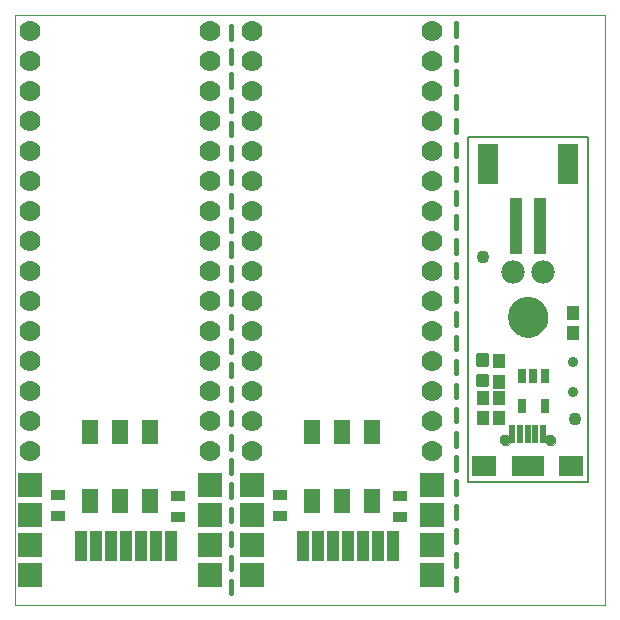
<source format=gts>
G75*
%MOIN*%
%OFA0B0*%
%FSLAX24Y24*%
%IPPOS*%
%LPD*%
%AMOC8*
5,1,8,0,0,1.08239X$1,22.5*
%
%ADD10C,0.0000*%
%ADD11C,0.0160*%
%ADD12C,0.0080*%
%ADD13C,0.0700*%
%ADD14R,0.0540X0.0840*%
%ADD15R,0.0394X0.1024*%
%ADD16R,0.0840X0.0840*%
%ADD17R,0.0512X0.0355*%
%ADD18C,0.0130*%
%ADD19R,0.0434X0.0473*%
%ADD20R,0.0257X0.0512*%
%ADD21C,0.0000*%
%ADD22C,0.1340*%
%ADD23C,0.0780*%
%ADD24R,0.0197X0.0591*%
%ADD25C,0.0375*%
%ADD26R,0.0787X0.0669*%
%ADD27R,0.1063X0.0669*%
%ADD28C,0.0434*%
%ADD29R,0.0434X0.1851*%
%ADD30R,0.0670X0.1379*%
%ADD31C,0.0360*%
D10*
X030992Y033994D02*
X030992Y053680D01*
X050677Y053680D01*
X050677Y033994D01*
X030992Y033994D01*
D11*
X038192Y034394D02*
X038192Y034805D01*
X038192Y035198D02*
X038192Y035609D01*
X038192Y036002D02*
X038192Y036413D01*
X038192Y036806D02*
X038192Y037216D01*
X038192Y037610D02*
X038192Y038020D01*
X038192Y038414D02*
X038192Y038824D01*
X038192Y039218D02*
X038192Y039628D01*
X038192Y040022D02*
X038192Y040432D01*
X038192Y040826D02*
X038192Y041236D01*
X038192Y041630D02*
X038192Y042040D01*
X038192Y042434D02*
X038192Y042844D01*
X038192Y043237D02*
X038192Y043648D01*
X038192Y044041D02*
X038192Y044452D01*
X038192Y044845D02*
X038192Y045255D01*
X038192Y045649D02*
X038192Y046059D01*
X038192Y046453D02*
X038192Y046863D01*
X038192Y047257D02*
X038192Y047667D01*
X038192Y048061D02*
X038192Y048471D01*
X038192Y048865D02*
X038192Y049275D01*
X038192Y049669D02*
X038192Y050079D01*
X038192Y050473D02*
X038192Y050883D01*
X038192Y051276D02*
X038192Y051687D01*
X038192Y052080D02*
X038192Y052491D01*
X038192Y052884D02*
X038192Y053294D01*
X045692Y053394D02*
X045692Y052984D01*
X045692Y052591D02*
X045692Y052180D01*
X045692Y051787D02*
X045692Y051376D01*
X045692Y050983D02*
X045692Y050573D01*
X045692Y050179D02*
X045692Y049769D01*
X045692Y049375D02*
X045692Y048965D01*
X045692Y048571D02*
X045692Y048161D01*
X045692Y047767D02*
X045692Y047357D01*
X045692Y046963D02*
X045692Y046553D01*
X045692Y046159D02*
X045692Y045749D01*
X045692Y045355D02*
X045692Y044945D01*
X045692Y044552D02*
X045692Y044141D01*
X045692Y043748D02*
X045692Y043337D01*
X045692Y042944D02*
X045692Y042534D01*
X045692Y042140D02*
X045692Y041730D01*
X045692Y041336D02*
X045692Y040926D01*
X045692Y040532D02*
X045692Y040122D01*
X045692Y039728D02*
X045692Y039318D01*
X045692Y038924D02*
X045692Y038514D01*
X045692Y038120D02*
X045692Y037710D01*
X045692Y037316D02*
X045692Y036906D01*
X045692Y036513D02*
X045692Y036102D01*
X045692Y035709D02*
X045692Y035298D01*
X045692Y034905D02*
X045692Y034494D01*
D12*
X046092Y038094D02*
X050092Y038094D01*
X050092Y049594D01*
X046092Y049594D01*
X046092Y038094D01*
D13*
X044892Y039126D03*
X044892Y040126D03*
X044892Y041126D03*
X044892Y042126D03*
X044892Y043126D03*
X044892Y044126D03*
X044892Y045126D03*
X044892Y046126D03*
X044892Y047126D03*
X044892Y048126D03*
X044892Y049126D03*
X044892Y050126D03*
X044892Y051126D03*
X044892Y052126D03*
X044892Y053126D03*
X038892Y053126D03*
X038892Y052126D03*
X038892Y051126D03*
X038892Y050126D03*
X038892Y049126D03*
X038892Y048126D03*
X038892Y047126D03*
X038892Y046126D03*
X038892Y045126D03*
X038892Y044126D03*
X038892Y043126D03*
X038892Y042126D03*
X038892Y041126D03*
X038892Y040126D03*
X038892Y039126D03*
X037492Y039126D03*
X037492Y040126D03*
X037492Y041126D03*
X037492Y042126D03*
X037492Y043126D03*
X037492Y044126D03*
X037492Y045126D03*
X037492Y046126D03*
X037492Y047126D03*
X037492Y048126D03*
X037492Y049126D03*
X037492Y050126D03*
X037492Y051126D03*
X037492Y052126D03*
X037492Y053126D03*
X031492Y053126D03*
X031492Y052126D03*
X031492Y051126D03*
X031492Y050126D03*
X031492Y049126D03*
X031492Y048126D03*
X031492Y047126D03*
X031492Y046126D03*
X031492Y045126D03*
X031492Y044126D03*
X031492Y043126D03*
X031492Y042126D03*
X031492Y041126D03*
X031492Y040126D03*
X031492Y039126D03*
D14*
X033492Y039776D03*
X034492Y039776D03*
X035492Y039776D03*
X035492Y037476D03*
X034492Y037476D03*
X033492Y037476D03*
X040892Y037476D03*
X041892Y037476D03*
X042892Y037476D03*
X042892Y039776D03*
X041892Y039776D03*
X040892Y039776D03*
D15*
X041100Y035967D03*
X040600Y035967D03*
X041600Y035967D03*
X042100Y035967D03*
X042600Y035967D03*
X043100Y035967D03*
X043600Y035967D03*
X036200Y035967D03*
X035700Y035967D03*
X035200Y035967D03*
X034700Y035967D03*
X034200Y035967D03*
X033700Y035967D03*
X033200Y035967D03*
D16*
X031492Y035994D03*
X031492Y034994D03*
X031492Y036994D03*
X031492Y037994D03*
X037492Y037994D03*
X037492Y036994D03*
X037492Y035994D03*
X037492Y034994D03*
X038892Y034994D03*
X038892Y035994D03*
X038892Y036994D03*
X038892Y037994D03*
X044892Y037994D03*
X044892Y036994D03*
X044892Y035994D03*
X044892Y034994D03*
D17*
X043842Y036921D03*
X043842Y037630D03*
X039842Y037680D03*
X039842Y036971D03*
X036442Y036921D03*
X036442Y037630D03*
X032442Y037680D03*
X032442Y036971D03*
D18*
X046440Y041324D02*
X046744Y041324D01*
X046440Y041324D02*
X046440Y041628D01*
X046744Y041628D01*
X046744Y041324D01*
X046744Y041453D02*
X046440Y041453D01*
X046440Y041582D02*
X046744Y041582D01*
X046744Y042015D02*
X046440Y042015D01*
X046440Y042319D01*
X046744Y042319D01*
X046744Y042015D01*
X046744Y042144D02*
X046440Y042144D01*
X046440Y042273D02*
X046744Y042273D01*
D19*
X047137Y042120D03*
X047137Y041451D03*
X047136Y040906D03*
X046587Y040907D03*
X046587Y040238D03*
X047136Y040237D03*
X049597Y043057D03*
X049597Y043726D03*
D20*
X048656Y041643D03*
X048282Y041643D03*
X047908Y041643D03*
X047908Y040620D03*
X048656Y040620D03*
D21*
X048673Y039489D02*
X048675Y039514D01*
X048681Y039539D01*
X048690Y039563D01*
X048703Y039585D01*
X048720Y039605D01*
X048739Y039622D01*
X048760Y039636D01*
X048784Y039646D01*
X048808Y039653D01*
X048834Y039656D01*
X048859Y039655D01*
X048884Y039650D01*
X048908Y039641D01*
X048931Y039629D01*
X048951Y039614D01*
X048969Y039595D01*
X048984Y039574D01*
X048995Y039551D01*
X049003Y039527D01*
X049007Y039502D01*
X049007Y039476D01*
X049003Y039451D01*
X048995Y039427D01*
X048984Y039404D01*
X048969Y039383D01*
X048951Y039364D01*
X048931Y039349D01*
X048908Y039337D01*
X048884Y039328D01*
X048859Y039323D01*
X048834Y039322D01*
X048808Y039325D01*
X048784Y039332D01*
X048760Y039342D01*
X048739Y039356D01*
X048720Y039373D01*
X048703Y039393D01*
X048690Y039415D01*
X048681Y039439D01*
X048675Y039464D01*
X048673Y039489D01*
X047177Y039489D02*
X047179Y039514D01*
X047185Y039539D01*
X047194Y039563D01*
X047207Y039585D01*
X047224Y039605D01*
X047243Y039622D01*
X047264Y039636D01*
X047288Y039646D01*
X047312Y039653D01*
X047338Y039656D01*
X047363Y039655D01*
X047388Y039650D01*
X047412Y039641D01*
X047435Y039629D01*
X047455Y039614D01*
X047473Y039595D01*
X047488Y039574D01*
X047499Y039551D01*
X047507Y039527D01*
X047511Y039502D01*
X047511Y039476D01*
X047507Y039451D01*
X047499Y039427D01*
X047488Y039404D01*
X047473Y039383D01*
X047455Y039364D01*
X047435Y039349D01*
X047412Y039337D01*
X047388Y039328D01*
X047363Y039323D01*
X047338Y039322D01*
X047312Y039325D01*
X047288Y039332D01*
X047264Y039342D01*
X047243Y039356D01*
X047224Y039373D01*
X047207Y039393D01*
X047194Y039415D01*
X047185Y039439D01*
X047179Y039464D01*
X047177Y039489D01*
X047442Y043594D02*
X047444Y043644D01*
X047450Y043694D01*
X047460Y043744D01*
X047473Y043792D01*
X047490Y043840D01*
X047511Y043886D01*
X047535Y043930D01*
X047563Y043972D01*
X047594Y044012D01*
X047628Y044049D01*
X047665Y044084D01*
X047704Y044115D01*
X047745Y044144D01*
X047789Y044169D01*
X047835Y044191D01*
X047882Y044209D01*
X047930Y044223D01*
X047979Y044234D01*
X048029Y044241D01*
X048079Y044244D01*
X048130Y044243D01*
X048180Y044238D01*
X048230Y044229D01*
X048278Y044217D01*
X048326Y044200D01*
X048372Y044180D01*
X048417Y044157D01*
X048460Y044130D01*
X048500Y044100D01*
X048538Y044067D01*
X048573Y044031D01*
X048606Y043992D01*
X048635Y043951D01*
X048661Y043908D01*
X048684Y043863D01*
X048703Y043816D01*
X048718Y043768D01*
X048730Y043719D01*
X048738Y043669D01*
X048742Y043619D01*
X048742Y043569D01*
X048738Y043519D01*
X048730Y043469D01*
X048718Y043420D01*
X048703Y043372D01*
X048684Y043325D01*
X048661Y043280D01*
X048635Y043237D01*
X048606Y043196D01*
X048573Y043157D01*
X048538Y043121D01*
X048500Y043088D01*
X048460Y043058D01*
X048417Y043031D01*
X048372Y043008D01*
X048326Y042988D01*
X048278Y042971D01*
X048230Y042959D01*
X048180Y042950D01*
X048130Y042945D01*
X048079Y042944D01*
X048029Y042947D01*
X047979Y042954D01*
X047930Y042965D01*
X047882Y042979D01*
X047835Y042997D01*
X047789Y043019D01*
X047745Y043044D01*
X047704Y043073D01*
X047665Y043104D01*
X047628Y043139D01*
X047594Y043176D01*
X047563Y043216D01*
X047535Y043258D01*
X047511Y043302D01*
X047490Y043348D01*
X047473Y043396D01*
X047460Y043444D01*
X047450Y043494D01*
X047444Y043544D01*
X047442Y043594D01*
D22*
X048092Y043594D03*
D23*
X047592Y045094D03*
X048592Y045094D03*
D24*
X048604Y039685D03*
X048348Y039685D03*
X048092Y039685D03*
X047836Y039685D03*
X047580Y039685D03*
D25*
X047344Y039489D03*
X048840Y039489D03*
D26*
X049543Y038622D03*
X046642Y038622D03*
D27*
X048092Y038622D03*
D28*
X049677Y040189D03*
X046592Y045594D03*
D29*
X047698Y046638D03*
X048486Y046638D03*
D30*
X049431Y048685D03*
X046754Y048685D03*
D31*
X049592Y042094D03*
X049592Y041094D03*
X049592Y041094D03*
M02*

</source>
